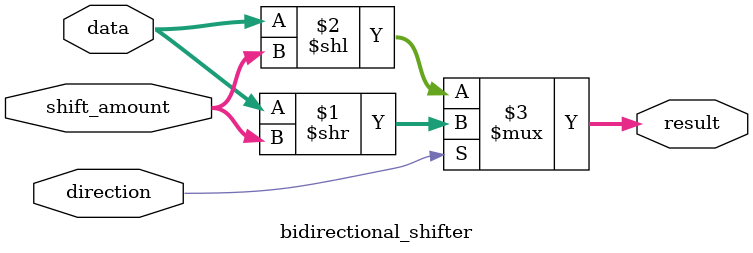
<source format=sv>
module bidirectional_shifter(
    input [31:0] data,
    input [4:0] shift_amount,
    input direction,  // 0: left, 1: right
    output [31:0] result
);
    // Implementation uses conditional operator for direction
    assign result = direction ? 
                   (data >> shift_amount) :  // Shift right if direction=1
                   (data << shift_amount);   // Shift left if direction=0
                   
    // This is a purely combinational module
    // Direction control allows versatile shifting operations
    // Direction=0: Left shift (fill with 0s from right)
    // Direction=1: Right shift (fill with 0s from left)
endmodule
</source>
